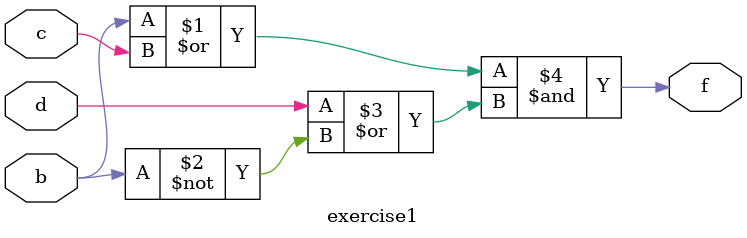
<source format=v>
module exercise1(b,c,d,f);
	input b,c,d;
	output f;
	
	assign f = ((b | c) & (d | ~b));

endmodule

</source>
